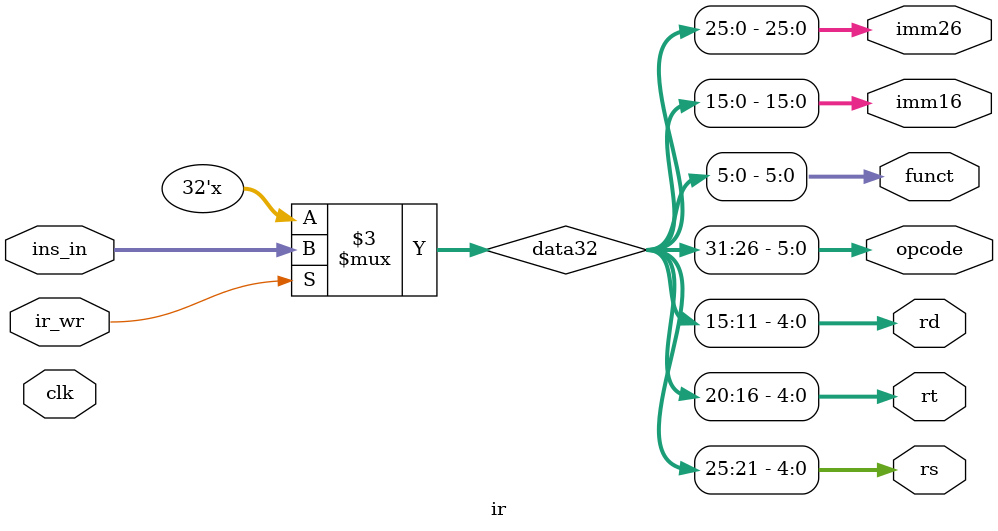
<source format=v>
module ir(clk, ir_wr, ins_in, opcode, rs, rt, rd, funct, imm16, imm26);
  input clk, ir_wr;
  input [31:0] ins_in;
  
  output [4:0] rs, rt, rd;
  output [5:0] opcode, funct;
  output [15:0] imm16;
  output [25:0] imm26;
  
  reg [31:0] data32;
  
  assign rs = data32[25:21];
  assign rt = data32[20:16];
  assign rd = data32[15:11];
  assign opcode = data32[31:26];
  assign funct = data32[5:0];
  assign imm16 = data32[15:0];
  assign imm26 = data32[25:0];
  
  always @(clk)
  begin
    if (ir_wr)
      data32 <= ins_in;
    else
      data32 <= data32; 
  end
  
endmodule
</source>
